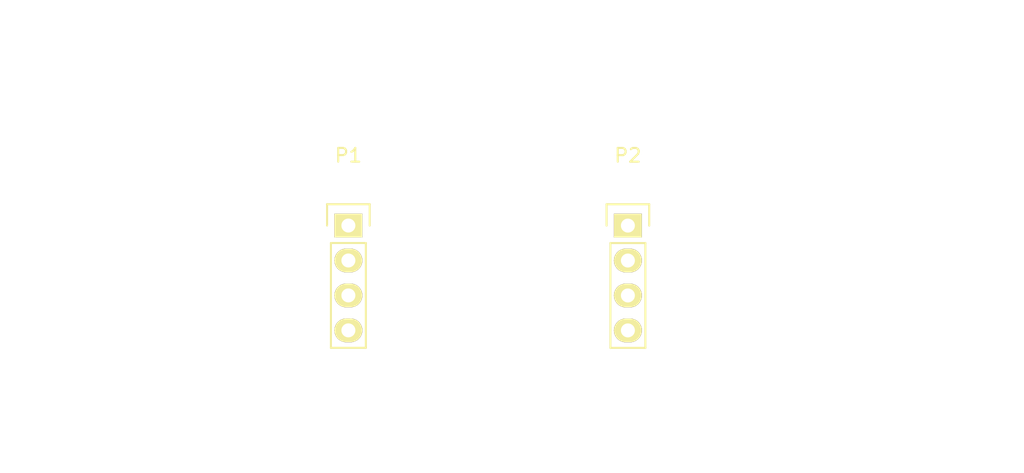
<source format=kicad_pcb>
(kicad_pcb (version 4) (host pcbnew 4.0.1-stable)

  (general
    (links 0)
    (no_connects 0)
    (area 0 0 0 0)
    (thickness 1.6)
    (drawings 2)
    (tracks 0)
    (zones 0)
    (modules 2)
    (nets 9)
  )

  (page A4)
  (layers
    (0 F.Cu signal)
    (31 B.Cu signal)
    (32 B.Adhes user)
    (33 F.Adhes user)
    (34 B.Paste user)
    (35 F.Paste user)
    (36 B.SilkS user)
    (37 F.SilkS user)
    (38 B.Mask user)
    (39 F.Mask user)
    (40 Dwgs.User user)
    (41 Cmts.User user)
    (42 Eco1.User user)
    (43 Eco2.User user)
    (44 Edge.Cuts user)
    (45 Margin user)
    (46 B.CrtYd user)
    (47 F.CrtYd user)
    (48 B.Fab user)
    (49 F.Fab user)
  )

  (setup
    (last_trace_width 0.25)
    (trace_clearance 0.2)
    (zone_clearance 0.508)
    (zone_45_only no)
    (trace_min 0.2)
    (segment_width 0.2)
    (edge_width 0.15)
    (via_size 0.6)
    (via_drill 0.4)
    (via_min_size 0.4)
    (via_min_drill 0.3)
    (uvia_size 0.3)
    (uvia_drill 0.1)
    (uvias_allowed no)
    (uvia_min_size 0.2)
    (uvia_min_drill 0.1)
    (pcb_text_width 0.3)
    (pcb_text_size 1.5 1.5)
    (mod_edge_width 0.15)
    (mod_text_size 1 1)
    (mod_text_width 0.15)
    (pad_size 1.524 1.524)
    (pad_drill 0.762)
    (pad_to_mask_clearance 0.2)
    (aux_axis_origin 0 0)
    (visible_elements FFFFFF7F)
    (pcbplotparams
      (layerselection 0x00030_80000001)
      (usegerberextensions false)
      (excludeedgelayer true)
      (linewidth 0.100000)
      (plotframeref false)
      (viasonmask false)
      (mode 1)
      (useauxorigin false)
      (hpglpennumber 1)
      (hpglpenspeed 20)
      (hpglpendiameter 15)
      (hpglpenoverlay 2)
      (psnegative false)
      (psa4output false)
      (plotreference true)
      (plotvalue true)
      (plotinvisibletext false)
      (padsonsilk false)
      (subtractmaskfromsilk false)
      (outputformat 1)
      (mirror false)
      (drillshape 1)
      (scaleselection 1)
      (outputdirectory ""))
  )

  (net 0 "")
  (net 1 "Net-(P1-Pad1)")
  (net 2 "Net-(P1-Pad2)")
  (net 3 "Net-(P1-Pad3)")
  (net 4 "Net-(P1-Pad4)")
  (net 5 "Net-(P2-Pad1)")
  (net 6 "Net-(P2-Pad2)")
  (net 7 "Net-(P2-Pad3)")
  (net 8 "Net-(P2-Pad4)")

  (net_class Default "This is the default net class."
    (clearance 0.2)
    (trace_width 0.25)
    (via_dia 0.6)
    (via_drill 0.4)
    (uvia_dia 0.3)
    (uvia_drill 0.1)
    (add_net "Net-(P1-Pad1)")
    (add_net "Net-(P1-Pad2)")
    (add_net "Net-(P1-Pad3)")
    (add_net "Net-(P1-Pad4)")
    (add_net "Net-(P2-Pad1)")
    (add_net "Net-(P2-Pad2)")
    (add_net "Net-(P2-Pad3)")
    (add_net "Net-(P2-Pad4)")
  )

  (module Pin_Headers:Pin_Header_Straight_1x04 (layer F.Cu) (tedit 0) (tstamp 56EDD4FC)
    (at 128.18 105)
    (descr "Through hole pin header")
    (tags "pin header")
    (path /56EDD489)
    (fp_text reference P1 (at 0 -5.1) (layer F.SilkS)
      (effects (font (size 1 1) (thickness 0.15)))
    )
    (fp_text value CONN_01X04 (at 0 -3.1) (layer F.Fab)
      (effects (font (size 1 1) (thickness 0.15)))
    )
    (fp_line (start -1.75 -1.75) (end -1.75 9.4) (layer F.CrtYd) (width 0.05))
    (fp_line (start 1.75 -1.75) (end 1.75 9.4) (layer F.CrtYd) (width 0.05))
    (fp_line (start -1.75 -1.75) (end 1.75 -1.75) (layer F.CrtYd) (width 0.05))
    (fp_line (start -1.75 9.4) (end 1.75 9.4) (layer F.CrtYd) (width 0.05))
    (fp_line (start -1.27 1.27) (end -1.27 8.89) (layer F.SilkS) (width 0.15))
    (fp_line (start 1.27 1.27) (end 1.27 8.89) (layer F.SilkS) (width 0.15))
    (fp_line (start 1.55 -1.55) (end 1.55 0) (layer F.SilkS) (width 0.15))
    (fp_line (start -1.27 8.89) (end 1.27 8.89) (layer F.SilkS) (width 0.15))
    (fp_line (start 1.27 1.27) (end -1.27 1.27) (layer F.SilkS) (width 0.15))
    (fp_line (start -1.55 0) (end -1.55 -1.55) (layer F.SilkS) (width 0.15))
    (fp_line (start -1.55 -1.55) (end 1.55 -1.55) (layer F.SilkS) (width 0.15))
    (pad 1 thru_hole rect (at 0 0) (size 2.032 1.7272) (drill 1.016) (layers *.Cu *.Mask F.SilkS)
      (net 1 "Net-(P1-Pad1)"))
    (pad 2 thru_hole oval (at 0 2.54) (size 2.032 1.7272) (drill 1.016) (layers *.Cu *.Mask F.SilkS)
      (net 2 "Net-(P1-Pad2)"))
    (pad 3 thru_hole oval (at 0 5.08) (size 2.032 1.7272) (drill 1.016) (layers *.Cu *.Mask F.SilkS)
      (net 3 "Net-(P1-Pad3)"))
    (pad 4 thru_hole oval (at 0 7.62) (size 2.032 1.7272) (drill 1.016) (layers *.Cu *.Mask F.SilkS)
      (net 4 "Net-(P1-Pad4)"))
    (model Pin_Headers.3dshapes/Pin_Header_Straight_1x04.wrl
      (at (xyz 0 -0.15 0))
      (scale (xyz 1 1 1))
      (rotate (xyz 0 0 90))
    )
  )

  (module Pin_Headers:Pin_Header_Straight_1x04 (layer F.Cu) (tedit 0) (tstamp 56EDD504)
    (at 148.5011 105.0036)
    (descr "Through hole pin header")
    (tags "pin header")
    (path /56EDD51D)
    (fp_text reference P2 (at 0 -5.1) (layer F.SilkS)
      (effects (font (size 1 1) (thickness 0.15)))
    )
    (fp_text value CONN_01X04 (at 0 -3.1) (layer F.Fab)
      (effects (font (size 1 1) (thickness 0.15)))
    )
    (fp_line (start -1.75 -1.75) (end -1.75 9.4) (layer F.CrtYd) (width 0.05))
    (fp_line (start 1.75 -1.75) (end 1.75 9.4) (layer F.CrtYd) (width 0.05))
    (fp_line (start -1.75 -1.75) (end 1.75 -1.75) (layer F.CrtYd) (width 0.05))
    (fp_line (start -1.75 9.4) (end 1.75 9.4) (layer F.CrtYd) (width 0.05))
    (fp_line (start -1.27 1.27) (end -1.27 8.89) (layer F.SilkS) (width 0.15))
    (fp_line (start 1.27 1.27) (end 1.27 8.89) (layer F.SilkS) (width 0.15))
    (fp_line (start 1.55 -1.55) (end 1.55 0) (layer F.SilkS) (width 0.15))
    (fp_line (start -1.27 8.89) (end 1.27 8.89) (layer F.SilkS) (width 0.15))
    (fp_line (start 1.27 1.27) (end -1.27 1.27) (layer F.SilkS) (width 0.15))
    (fp_line (start -1.55 0) (end -1.55 -1.55) (layer F.SilkS) (width 0.15))
    (fp_line (start -1.55 -1.55) (end 1.55 -1.55) (layer F.SilkS) (width 0.15))
    (pad 1 thru_hole rect (at 0 0) (size 2.032 1.7272) (drill 1.016) (layers *.Cu *.Mask F.SilkS)
      (net 5 "Net-(P2-Pad1)"))
    (pad 2 thru_hole oval (at 0 2.54) (size 2.032 1.7272) (drill 1.016) (layers *.Cu *.Mask F.SilkS)
      (net 6 "Net-(P2-Pad2)"))
    (pad 3 thru_hole oval (at 0 5.08) (size 2.032 1.7272) (drill 1.016) (layers *.Cu *.Mask F.SilkS)
      (net 7 "Net-(P2-Pad3)"))
    (pad 4 thru_hole oval (at 0 7.62) (size 2.032 1.7272) (drill 1.016) (layers *.Cu *.Mask F.SilkS)
      (net 8 "Net-(P2-Pad4)"))
    (model Pin_Headers.3dshapes/Pin_Header_Straight_1x04.wrl
      (at (xyz 0 -0.15 0))
      (scale (xyz 1 1 1))
      (rotate (xyz 0 0 90))
    )
  )

  (gr_text "Distância baseada no PCB da Huzzah \n(refs/Adafruit-Huzzah-ESP8266-Basic-Breakout-PCB-master)" (at 140.08 120.4) (layer Dwgs.User)
    (effects (font (size 1.5 1.5) (thickness 0.3)))
  )
  (dimension 20.320002 (width 0.3) (layer Dwgs.User)
    (gr_text "20.320 mm" (at 138.347159 90.456421 359.9718033) (layer Dwgs.User)
      (effects (font (size 1.5 1.5) (thickness 0.3)))
    )
    (feature1 (pts (xy 148.5 105.01) (xy 148.507824 89.111421)))
    (feature2 (pts (xy 128.18 105) (xy 128.187824 89.101421)))
    (crossbar (pts (xy 128.186495 91.801421) (xy 148.506495 91.811421)))
    (arrow1a (pts (xy 148.506495 91.811421) (xy 147.379703 92.397287)))
    (arrow1b (pts (xy 148.506495 91.811421) (xy 147.38028 91.224446)))
    (arrow2a (pts (xy 128.186495 91.801421) (xy 129.31271 92.388396)))
    (arrow2b (pts (xy 128.186495 91.801421) (xy 129.313287 91.215555)))
  )

)

</source>
